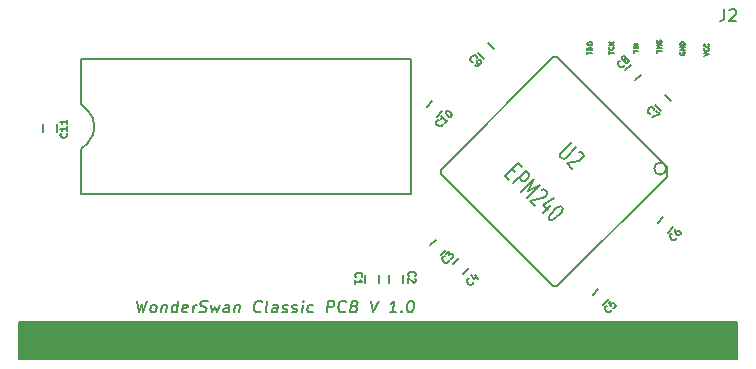
<source format=gbr>
%TF.GenerationSoftware,KiCad,Pcbnew,(5.99.0-1468-g7e1294a4b)*%
%TF.CreationDate,2020-09-06T10:14:52+02:00*%
%TF.ProjectId,WonderSwan_32MB,576f6e64-6572-4537-9761-6e5f33324d42,rev?*%
%TF.SameCoordinates,PX87734b0PY5d70e60*%
%TF.FileFunction,Legend,Top*%
%TF.FilePolarity,Positive*%
%FSLAX46Y46*%
G04 Gerber Fmt 4.6, Leading zero omitted, Abs format (unit mm)*
G04 Created by KiCad (PCBNEW (5.99.0-1468-g7e1294a4b)) date 2020-09-06 10:14:52*
%MOMM*%
%LPD*%
G01*
G04 APERTURE LIST*
%ADD10C,0.150000*%
%ADD11C,0.203200*%
G04 APERTURE END LIST*
D10*
X-22331578Y-9852380D02*
X-22218483Y-10852380D01*
X-21938721Y-10138095D01*
X-21837530Y-10852380D01*
X-21474435Y-9852380D01*
X-21075625Y-10852380D02*
X-21164911Y-10804761D01*
X-21206578Y-10757142D01*
X-21242292Y-10661904D01*
X-21206578Y-10376190D01*
X-21147054Y-10280952D01*
X-21093483Y-10233333D01*
X-20992292Y-10185714D01*
X-20849435Y-10185714D01*
X-20760149Y-10233333D01*
X-20718483Y-10280952D01*
X-20682768Y-10376190D01*
X-20718483Y-10661904D01*
X-20778006Y-10757142D01*
X-20831578Y-10804761D01*
X-20932768Y-10852380D01*
X-21075625Y-10852380D01*
X-20230387Y-10185714D02*
X-20313721Y-10852380D01*
X-20242292Y-10280952D02*
X-20188721Y-10233333D01*
X-20087530Y-10185714D01*
X-19944673Y-10185714D01*
X-19855387Y-10233333D01*
X-19819673Y-10328571D01*
X-19885149Y-10852380D01*
X-18980387Y-10852380D02*
X-18855387Y-9852380D01*
X-18974435Y-10804761D02*
X-19075625Y-10852380D01*
X-19266102Y-10852380D01*
X-19355387Y-10804761D01*
X-19397054Y-10757142D01*
X-19432768Y-10661904D01*
X-19397054Y-10376190D01*
X-19337530Y-10280952D01*
X-19283959Y-10233333D01*
X-19182768Y-10185714D01*
X-18992292Y-10185714D01*
X-18903006Y-10233333D01*
X-18117292Y-10804761D02*
X-18218483Y-10852380D01*
X-18408959Y-10852380D01*
X-18498245Y-10804761D01*
X-18533959Y-10709523D01*
X-18486340Y-10328571D01*
X-18426816Y-10233333D01*
X-18325625Y-10185714D01*
X-18135149Y-10185714D01*
X-18045864Y-10233333D01*
X-18010149Y-10328571D01*
X-18022054Y-10423809D01*
X-18510149Y-10519047D01*
X-17647054Y-10852380D02*
X-17563721Y-10185714D01*
X-17587530Y-10376190D02*
X-17528006Y-10280952D01*
X-17474435Y-10233333D01*
X-17373245Y-10185714D01*
X-17278006Y-10185714D01*
X-17069673Y-10804761D02*
X-16932768Y-10852380D01*
X-16694673Y-10852380D01*
X-16593483Y-10804761D01*
X-16539911Y-10757142D01*
X-16480387Y-10661904D01*
X-16468483Y-10566666D01*
X-16504197Y-10471428D01*
X-16545864Y-10423809D01*
X-16635149Y-10376190D01*
X-16819673Y-10328571D01*
X-16908959Y-10280952D01*
X-16950625Y-10233333D01*
X-16986340Y-10138095D01*
X-16974435Y-10042857D01*
X-16914911Y-9947619D01*
X-16861340Y-9900000D01*
X-16760149Y-9852380D01*
X-16522054Y-9852380D01*
X-16385149Y-9900000D01*
X-16087530Y-10185714D02*
X-15980387Y-10852380D01*
X-15730387Y-10376190D01*
X-15599435Y-10852380D01*
X-15325625Y-10185714D01*
X-14599435Y-10852380D02*
X-14533959Y-10328571D01*
X-14569673Y-10233333D01*
X-14658959Y-10185714D01*
X-14849435Y-10185714D01*
X-14950625Y-10233333D01*
X-14593483Y-10804761D02*
X-14694673Y-10852380D01*
X-14932768Y-10852380D01*
X-15022054Y-10804761D01*
X-15057768Y-10709523D01*
X-15045864Y-10614285D01*
X-14986340Y-10519047D01*
X-14885149Y-10471428D01*
X-14647054Y-10471428D01*
X-14545864Y-10423809D01*
X-14039911Y-10185714D02*
X-14123245Y-10852380D01*
X-14051816Y-10280952D02*
X-13998245Y-10233333D01*
X-13897054Y-10185714D01*
X-13754197Y-10185714D01*
X-13664911Y-10233333D01*
X-13629197Y-10328571D01*
X-13694673Y-10852380D01*
X-11873245Y-10757142D02*
X-11926816Y-10804761D01*
X-12075625Y-10852380D01*
X-12170864Y-10852380D01*
X-12307768Y-10804761D01*
X-12391102Y-10709523D01*
X-12426816Y-10614285D01*
X-12450625Y-10423809D01*
X-12432768Y-10280952D01*
X-12361340Y-10090476D01*
X-12301816Y-9995238D01*
X-12194673Y-9900000D01*
X-12045864Y-9852380D01*
X-11950625Y-9852380D01*
X-11813721Y-9900000D01*
X-11772054Y-9947619D01*
X-11313721Y-10852380D02*
X-11403006Y-10804761D01*
X-11438721Y-10709523D01*
X-11331578Y-9852380D01*
X-10504197Y-10852380D02*
X-10438721Y-10328571D01*
X-10474435Y-10233333D01*
X-10563721Y-10185714D01*
X-10754197Y-10185714D01*
X-10855387Y-10233333D01*
X-10498245Y-10804761D02*
X-10599435Y-10852380D01*
X-10837530Y-10852380D01*
X-10926816Y-10804761D01*
X-10962530Y-10709523D01*
X-10950625Y-10614285D01*
X-10891102Y-10519047D01*
X-10789911Y-10471428D01*
X-10551816Y-10471428D01*
X-10450625Y-10423809D01*
X-10069673Y-10804761D02*
X-9980387Y-10852380D01*
X-9789911Y-10852380D01*
X-9688721Y-10804761D01*
X-9629197Y-10709523D01*
X-9623245Y-10661904D01*
X-9658959Y-10566666D01*
X-9748245Y-10519047D01*
X-9891102Y-10519047D01*
X-9980387Y-10471428D01*
X-10016102Y-10376190D01*
X-10010149Y-10328571D01*
X-9950625Y-10233333D01*
X-9849435Y-10185714D01*
X-9706578Y-10185714D01*
X-9617292Y-10233333D01*
X-9260149Y-10804761D02*
X-9170864Y-10852380D01*
X-8980387Y-10852380D01*
X-8879197Y-10804761D01*
X-8819673Y-10709523D01*
X-8813721Y-10661904D01*
X-8849435Y-10566666D01*
X-8938721Y-10519047D01*
X-9081578Y-10519047D01*
X-9170864Y-10471428D01*
X-9206578Y-10376190D01*
X-9200625Y-10328571D01*
X-9141102Y-10233333D01*
X-9039911Y-10185714D01*
X-8897054Y-10185714D01*
X-8807768Y-10233333D01*
X-8408959Y-10852380D02*
X-8325625Y-10185714D01*
X-8283959Y-9852380D02*
X-8337530Y-9900000D01*
X-8295864Y-9947619D01*
X-8242292Y-9900000D01*
X-8283959Y-9852380D01*
X-8295864Y-9947619D01*
X-7498245Y-10804761D02*
X-7599435Y-10852380D01*
X-7789911Y-10852380D01*
X-7879197Y-10804761D01*
X-7920864Y-10757142D01*
X-7956578Y-10661904D01*
X-7920864Y-10376190D01*
X-7861340Y-10280952D01*
X-7807768Y-10233333D01*
X-7706578Y-10185714D01*
X-7516102Y-10185714D01*
X-7426816Y-10233333D01*
X-6313721Y-10852380D02*
X-6188721Y-9852380D01*
X-5807768Y-9852380D01*
X-5718483Y-9900000D01*
X-5676816Y-9947619D01*
X-5641102Y-10042857D01*
X-5658959Y-10185714D01*
X-5718483Y-10280952D01*
X-5772054Y-10328571D01*
X-5873245Y-10376190D01*
X-6254197Y-10376190D01*
X-4730387Y-10757142D02*
X-4783959Y-10804761D01*
X-4932768Y-10852380D01*
X-5028006Y-10852380D01*
X-5164911Y-10804761D01*
X-5248245Y-10709523D01*
X-5283959Y-10614285D01*
X-5307768Y-10423809D01*
X-5289911Y-10280952D01*
X-5218483Y-10090476D01*
X-5158959Y-9995238D01*
X-5051816Y-9900000D01*
X-4903006Y-9852380D01*
X-4807768Y-9852380D01*
X-4670864Y-9900000D01*
X-4629197Y-9947619D01*
X-3914911Y-10328571D02*
X-3778006Y-10376190D01*
X-3736340Y-10423809D01*
X-3700625Y-10519047D01*
X-3718483Y-10661904D01*
X-3778006Y-10757142D01*
X-3831578Y-10804761D01*
X-3932768Y-10852380D01*
X-4313721Y-10852380D01*
X-4188721Y-9852380D01*
X-3855387Y-9852380D01*
X-3766102Y-9900000D01*
X-3724435Y-9947619D01*
X-3688721Y-10042857D01*
X-3700625Y-10138095D01*
X-3760149Y-10233333D01*
X-3813721Y-10280952D01*
X-3914911Y-10328571D01*
X-4248245Y-10328571D01*
X-2569673Y-9852380D02*
X-2361340Y-10852380D01*
X-1903006Y-9852380D01*
X-408959Y-10852380D02*
X-980387Y-10852380D01*
X-694673Y-10852380D02*
X-569673Y-9852380D01*
X-682768Y-9995238D01*
X-789911Y-10090476D01*
X-891102Y-10138095D01*
X31517Y-10757142D02*
X73184Y-10804761D01*
X19613Y-10852380D01*
X-22054Y-10804761D01*
X31517Y-10757142D01*
X19613Y-10852380D01*
X811279Y-9852380D02*
X906517Y-9852380D01*
X995803Y-9900000D01*
X1037470Y-9947619D01*
X1073184Y-10042857D01*
X1096994Y-10233333D01*
X1067232Y-10471428D01*
X995803Y-10661904D01*
X936279Y-10757142D01*
X882708Y-10804761D01*
X781517Y-10852380D01*
X686279Y-10852380D01*
X596994Y-10804761D01*
X555327Y-10757142D01*
X519613Y-10661904D01*
X495803Y-10471428D01*
X525565Y-10233333D01*
X596994Y-10042857D01*
X656517Y-9947619D01*
X710089Y-9900000D01*
X811279Y-9852380D01*
G36*
X28450000Y-14820000D02*
G01*
X-32350000Y-14820000D01*
X-32360000Y-11620000D01*
X28440000Y-11620000D01*
X28450000Y-14820000D01*
G37*
X28450000Y-14820000D02*
X-32350000Y-14820000D01*
X-32360000Y-11620000D01*
X28440000Y-11620000D01*
X28450000Y-14820000D01*
X145000Y-7645000D02*
X145000Y-8345000D01*
X-1055000Y-8345000D02*
X-1055000Y-7645000D01*
X-3030000Y-8345000D02*
X-3030000Y-7645000D01*
X-1830000Y-7645000D02*
X-1830000Y-8345000D01*
X-29105000Y5105000D02*
X-29105000Y4405000D01*
X-30305000Y4405000D02*
X-30305000Y5105000D01*
X3501751Y6223223D02*
X3006777Y5728249D01*
X2158249Y6576777D02*
X2653223Y7071751D01*
X7346777Y11926751D02*
X7841751Y11431777D01*
X6993223Y10583249D02*
X6498249Y11078223D01*
X18928249Y9636777D02*
X19423223Y10131751D01*
X20271751Y9283223D02*
X19776777Y8788249D01*
X22346777Y7541751D02*
X22841751Y7046777D01*
X21993223Y6198249D02*
X21498249Y6693223D01*
X21718249Y-3243223D02*
X22213223Y-2748249D01*
X23061751Y-3596777D02*
X22566777Y-4091751D01*
X17561751Y-9716777D02*
X17066777Y-10211751D01*
X16218249Y-9363223D02*
X16713223Y-8868249D01*
X5751751Y-7116777D02*
X5256777Y-7611751D01*
X4408249Y-6763223D02*
X4903223Y-6268249D01*
D11*
X22443454Y1324408D02*
G75*
G03*
X22443454Y1324408I-508000J0D01*
G01*
X22474269Y605987D02*
X22474269Y1504013D01*
X12865395Y10753677D02*
X13224605Y10753677D01*
X3346323Y1234605D02*
X3346323Y875395D01*
X12865395Y-8643677D02*
X13224605Y-8643677D01*
X22474269Y1504013D02*
X13224605Y10753677D01*
X12865395Y10753677D02*
X3346323Y1234605D01*
X3346323Y875395D02*
X12865395Y-8643677D01*
X13224605Y-8643677D02*
X22474269Y605987D01*
D10*
X865000Y10595000D02*
X-27075000Y10595000D01*
X865000Y-835000D02*
X865000Y10595000D01*
X-27075000Y-835000D02*
X865000Y-835000D01*
X-27075000Y2975000D02*
X-27075000Y-835000D01*
X-26517037Y3532963D02*
X-27075000Y2975000D01*
X-26517037Y3532963D02*
G75*
G03*
X-26517037Y6227037I-1347037J1347037D01*
G01*
X-27075000Y6785000D02*
X-26517037Y6227037D01*
X-27075000Y10595000D02*
X-27075000Y6785000D01*
X3831751Y-5526777D02*
X3336777Y-6021751D01*
X2488249Y-5173223D02*
X2983223Y-4678249D01*
X680714Y-7770000D02*
X652142Y-7741428D01*
X623571Y-7655714D01*
X623571Y-7598571D01*
X652142Y-7512857D01*
X709285Y-7455714D01*
X766428Y-7427142D01*
X880714Y-7398571D01*
X966428Y-7398571D01*
X1080714Y-7427142D01*
X1137857Y-7455714D01*
X1195000Y-7512857D01*
X1223571Y-7598571D01*
X1223571Y-7655714D01*
X1195000Y-7741428D01*
X1166428Y-7770000D01*
X1166428Y-7998571D02*
X1195000Y-8027142D01*
X1223571Y-8084285D01*
X1223571Y-8227142D01*
X1195000Y-8284285D01*
X1166428Y-8312857D01*
X1109285Y-8341428D01*
X1052142Y-8341428D01*
X966428Y-8312857D01*
X623571Y-7970000D01*
X623571Y-8341428D01*
X-3829786Y-7846000D02*
X-3858358Y-7817428D01*
X-3886929Y-7731714D01*
X-3886929Y-7674571D01*
X-3858358Y-7588857D01*
X-3801215Y-7531714D01*
X-3744072Y-7503142D01*
X-3629786Y-7474571D01*
X-3544072Y-7474571D01*
X-3429786Y-7503142D01*
X-3372643Y-7531714D01*
X-3315500Y-7588857D01*
X-3286929Y-7674571D01*
X-3286929Y-7731714D01*
X-3315500Y-7817428D01*
X-3344072Y-7846000D01*
X-3886929Y-8417428D02*
X-3886929Y-8074571D01*
X-3886929Y-8246000D02*
X-3286929Y-8246000D01*
X-3372643Y-8188857D01*
X-3429786Y-8131714D01*
X-3458358Y-8074571D01*
X-28305215Y4320286D02*
X-28276643Y4291715D01*
X-28248072Y4206000D01*
X-28248072Y4148858D01*
X-28276643Y4063143D01*
X-28333786Y4006000D01*
X-28390929Y3977429D01*
X-28505215Y3948858D01*
X-28590929Y3948858D01*
X-28705215Y3977429D01*
X-28762358Y4006000D01*
X-28819500Y4063143D01*
X-28848072Y4148858D01*
X-28848072Y4206000D01*
X-28819500Y4291715D01*
X-28790929Y4320286D01*
X-28248072Y4891715D02*
X-28248072Y4548858D01*
X-28248072Y4720286D02*
X-28848072Y4720286D01*
X-28762358Y4663143D01*
X-28705215Y4606000D01*
X-28676643Y4548858D01*
X-28248072Y5463143D02*
X-28248072Y5120286D01*
X-28248072Y5291715D02*
X-28848072Y5291715D01*
X-28762358Y5234572D01*
X-28705215Y5177429D01*
X-28676643Y5120286D01*
X3512408Y5102813D02*
X3512408Y5062407D01*
X3472002Y4981595D01*
X3431596Y4941189D01*
X3350784Y4900783D01*
X3269972Y4900783D01*
X3209362Y4920986D01*
X3108347Y4981595D01*
X3047738Y5042204D01*
X2987129Y5143220D01*
X2966926Y5203829D01*
X2966926Y5284641D01*
X3007332Y5365453D01*
X3047738Y5405859D01*
X3128550Y5446265D01*
X3168956Y5446265D01*
X3956875Y5466468D02*
X3714439Y5224032D01*
X3835657Y5345250D02*
X3411393Y5769514D01*
X3431596Y5668499D01*
X3431596Y5587687D01*
X3411393Y5527077D01*
X3795251Y6153372D02*
X3835657Y6193778D01*
X3896266Y6213981D01*
X3936672Y6213981D01*
X3997281Y6193778D01*
X4098297Y6133169D01*
X4199312Y6032154D01*
X4259921Y5931139D01*
X4280124Y5870529D01*
X4280124Y5830123D01*
X4259921Y5769514D01*
X4219515Y5729108D01*
X4158906Y5708905D01*
X4118500Y5708905D01*
X4057891Y5729108D01*
X3956875Y5789717D01*
X3855860Y5890732D01*
X3795251Y5991748D01*
X3775048Y6052357D01*
X3775048Y6092763D01*
X3795251Y6153372D01*
X6074843Y10370561D02*
X6034437Y10370561D01*
X5953625Y10410967D01*
X5913219Y10451374D01*
X5872812Y10532186D01*
X5872812Y10612998D01*
X5893015Y10673607D01*
X5953625Y10774622D01*
X6014234Y10835231D01*
X6115249Y10895841D01*
X6175858Y10916044D01*
X6256670Y10916044D01*
X6337483Y10875638D01*
X6377889Y10835231D01*
X6418295Y10754419D01*
X6418295Y10714013D01*
X6236467Y10128125D02*
X6317280Y10047312D01*
X6377889Y10027109D01*
X6418295Y10027109D01*
X6519310Y10047312D01*
X6620325Y10107922D01*
X6781950Y10269546D01*
X6802153Y10330155D01*
X6802153Y10370561D01*
X6781950Y10431170D01*
X6701138Y10511983D01*
X6640528Y10532186D01*
X6600122Y10532186D01*
X6539513Y10511983D01*
X6438498Y10410967D01*
X6418295Y10350358D01*
X6418295Y10309952D01*
X6438498Y10249343D01*
X6519310Y10168531D01*
X6579919Y10148328D01*
X6620325Y10148328D01*
X6680934Y10168531D01*
X18877185Y10110690D02*
X18877185Y10070284D01*
X18836779Y9989472D01*
X18796372Y9949066D01*
X18715560Y9908659D01*
X18634748Y9908659D01*
X18574139Y9928862D01*
X18473124Y9989472D01*
X18412515Y10050081D01*
X18351905Y10151096D01*
X18331702Y10211705D01*
X18331702Y10292517D01*
X18372108Y10373330D01*
X18412515Y10413736D01*
X18493327Y10454142D01*
X18533733Y10454142D01*
X18917591Y10555157D02*
X18856982Y10534954D01*
X18816576Y10534954D01*
X18755966Y10555157D01*
X18735763Y10575360D01*
X18715560Y10635969D01*
X18715560Y10676375D01*
X18735763Y10736985D01*
X18816576Y10817797D01*
X18877185Y10838000D01*
X18917591Y10838000D01*
X18978200Y10817797D01*
X18998403Y10797594D01*
X19018606Y10736985D01*
X19018606Y10696578D01*
X18998403Y10635969D01*
X18917591Y10555157D01*
X18897388Y10494548D01*
X18897388Y10454142D01*
X18917591Y10393533D01*
X18998403Y10312720D01*
X19059012Y10292517D01*
X19099418Y10292517D01*
X19160027Y10312720D01*
X19240840Y10393533D01*
X19261043Y10454142D01*
X19261043Y10494548D01*
X19240840Y10555157D01*
X19160027Y10635969D01*
X19099418Y10656172D01*
X19059012Y10656172D01*
X18998403Y10635969D01*
X25660952Y10876667D02*
X26060952Y11010000D01*
X25660952Y11143334D01*
X26022857Y11505239D02*
X26041904Y11486191D01*
X26060952Y11429048D01*
X26060952Y11390953D01*
X26041904Y11333810D01*
X26003809Y11295715D01*
X25965714Y11276667D01*
X25889523Y11257620D01*
X25832380Y11257620D01*
X25756190Y11276667D01*
X25718095Y11295715D01*
X25680000Y11333810D01*
X25660952Y11390953D01*
X25660952Y11429048D01*
X25680000Y11486191D01*
X25699047Y11505239D01*
X26022857Y11905239D02*
X26041904Y11886191D01*
X26060952Y11829048D01*
X26060952Y11790953D01*
X26041904Y11733810D01*
X26003809Y11695715D01*
X25965714Y11676667D01*
X25889523Y11657620D01*
X25832380Y11657620D01*
X25756190Y11676667D01*
X25718095Y11695715D01*
X25680000Y11733810D01*
X25660952Y11790953D01*
X25660952Y11829048D01*
X25680000Y11886191D01*
X25699047Y11905239D01*
X23630000Y11195239D02*
X23610952Y11157143D01*
X23610952Y11100000D01*
X23630000Y11042858D01*
X23668095Y11004762D01*
X23706190Y10985715D01*
X23782380Y10966667D01*
X23839523Y10966667D01*
X23915714Y10985715D01*
X23953809Y11004762D01*
X23991904Y11042858D01*
X24010952Y11100000D01*
X24010952Y11138096D01*
X23991904Y11195239D01*
X23972857Y11214286D01*
X23839523Y11214286D01*
X23839523Y11138096D01*
X24010952Y11385715D02*
X23610952Y11385715D01*
X24010952Y11614286D01*
X23610952Y11614286D01*
X24010952Y11804762D02*
X23610952Y11804762D01*
X23610952Y11900000D01*
X23630000Y11957143D01*
X23668095Y11995239D01*
X23706190Y12014286D01*
X23782380Y12033334D01*
X23839523Y12033334D01*
X23915714Y12014286D01*
X23953809Y11995239D01*
X23991904Y11957143D01*
X24010952Y11900000D01*
X24010952Y11804762D01*
X21650952Y11146667D02*
X21650952Y11375239D01*
X22050952Y11260953D02*
X21650952Y11260953D01*
X22050952Y11508572D02*
X21650952Y11508572D01*
X21936666Y11641905D01*
X21650952Y11775239D01*
X22050952Y11775239D01*
X22031904Y11946667D02*
X22050952Y12003810D01*
X22050952Y12099048D01*
X22031904Y12137143D01*
X22012857Y12156191D01*
X21974761Y12175239D01*
X21936666Y12175239D01*
X21898571Y12156191D01*
X21879523Y12137143D01*
X21860476Y12099048D01*
X21841428Y12022858D01*
X21822380Y11984762D01*
X21803333Y11965715D01*
X21765238Y11946667D01*
X21727142Y11946667D01*
X21689047Y11965715D01*
X21670000Y11984762D01*
X21650952Y12022858D01*
X21650952Y12118096D01*
X21670000Y12175239D01*
X19680952Y11140477D02*
X19680952Y11369048D01*
X20080952Y11254762D02*
X19680952Y11254762D01*
X20080952Y11502381D02*
X19680952Y11502381D01*
X19680952Y11597620D01*
X19700000Y11654762D01*
X19738095Y11692858D01*
X19776190Y11711905D01*
X19852380Y11730953D01*
X19909523Y11730953D01*
X19985714Y11711905D01*
X20023809Y11692858D01*
X20061904Y11654762D01*
X20080952Y11597620D01*
X20080952Y11502381D01*
X20080952Y11902381D02*
X19680952Y11902381D01*
X17590952Y11035715D02*
X17590952Y11264286D01*
X17990952Y11150000D02*
X17590952Y11150000D01*
X17952857Y11626191D02*
X17971904Y11607143D01*
X17990952Y11550000D01*
X17990952Y11511905D01*
X17971904Y11454762D01*
X17933809Y11416667D01*
X17895714Y11397620D01*
X17819523Y11378572D01*
X17762380Y11378572D01*
X17686190Y11397620D01*
X17648095Y11416667D01*
X17610000Y11454762D01*
X17590952Y11511905D01*
X17590952Y11550000D01*
X17610000Y11607143D01*
X17629047Y11626191D01*
X17990952Y11797620D02*
X17590952Y11797620D01*
X17990952Y12026191D02*
X17762380Y11854762D01*
X17590952Y12026191D02*
X17819523Y11797620D01*
X15780952Y11006191D02*
X15780952Y11234762D01*
X16180952Y11120477D02*
X15780952Y11120477D01*
X16180952Y11368096D02*
X15780952Y11368096D01*
X15780952Y11463334D01*
X15800000Y11520477D01*
X15838095Y11558572D01*
X15876190Y11577620D01*
X15952380Y11596667D01*
X16009523Y11596667D01*
X16085714Y11577620D01*
X16123809Y11558572D01*
X16161904Y11520477D01*
X16180952Y11463334D01*
X16180952Y11368096D01*
X15780952Y11844286D02*
X15780952Y11920477D01*
X15800000Y11958572D01*
X15838095Y11996667D01*
X15914285Y12015715D01*
X16047619Y12015715D01*
X16123809Y11996667D01*
X16161904Y11958572D01*
X16180952Y11920477D01*
X16180952Y11844286D01*
X16161904Y11806191D01*
X16123809Y11768096D01*
X16047619Y11749048D01*
X15914285Y11749048D01*
X15838095Y11768096D01*
X15800000Y11806191D01*
X15780952Y11844286D01*
X21074843Y5985561D02*
X21034437Y5985561D01*
X20953625Y6025967D01*
X20913219Y6066374D01*
X20872812Y6147186D01*
X20872812Y6227998D01*
X20893015Y6288607D01*
X20953625Y6389622D01*
X21014234Y6450231D01*
X21115249Y6510841D01*
X21175858Y6531044D01*
X21256670Y6531044D01*
X21337483Y6490638D01*
X21377889Y6450231D01*
X21418295Y6369419D01*
X21418295Y6329013D01*
X21600122Y6227998D02*
X21882965Y5945155D01*
X21276873Y5702719D01*
X23274439Y-4515156D02*
X23274439Y-4555562D01*
X23234033Y-4636374D01*
X23193626Y-4676780D01*
X23112814Y-4717187D01*
X23032002Y-4717187D01*
X22971393Y-4696984D01*
X22870378Y-4636374D01*
X22809769Y-4575765D01*
X22749159Y-4474750D01*
X22728956Y-4414141D01*
X22728956Y-4333329D01*
X22769362Y-4252516D01*
X22809769Y-4212110D01*
X22890581Y-4171704D01*
X22930987Y-4171704D01*
X23254236Y-3767643D02*
X23173423Y-3848455D01*
X23153220Y-3909065D01*
X23153220Y-3949471D01*
X23173423Y-4050486D01*
X23234033Y-4151501D01*
X23395657Y-4313126D01*
X23456266Y-4333329D01*
X23496672Y-4333329D01*
X23557281Y-4313126D01*
X23638094Y-4232313D01*
X23658297Y-4171704D01*
X23658297Y-4131298D01*
X23638094Y-4070689D01*
X23537078Y-3969674D01*
X23476469Y-3949471D01*
X23436063Y-3949471D01*
X23375454Y-3969674D01*
X23294642Y-4050486D01*
X23274439Y-4111095D01*
X23274439Y-4151501D01*
X23294642Y-4212110D01*
X17774439Y-10635156D02*
X17774439Y-10675562D01*
X17734033Y-10756374D01*
X17693626Y-10796780D01*
X17612814Y-10837187D01*
X17532002Y-10837187D01*
X17471393Y-10816984D01*
X17370378Y-10756374D01*
X17309769Y-10695765D01*
X17249159Y-10594750D01*
X17228956Y-10534141D01*
X17228956Y-10453329D01*
X17269362Y-10372516D01*
X17309769Y-10332110D01*
X17390581Y-10291704D01*
X17430987Y-10291704D01*
X17774439Y-9867440D02*
X17572408Y-10069471D01*
X17754236Y-10291704D01*
X17754236Y-10251298D01*
X17774439Y-10190689D01*
X17875454Y-10089674D01*
X17936063Y-10069471D01*
X17976469Y-10069471D01*
X18037078Y-10089674D01*
X18138094Y-10190689D01*
X18158297Y-10251298D01*
X18158297Y-10291704D01*
X18138094Y-10352313D01*
X18037078Y-10453329D01*
X17976469Y-10473532D01*
X17936063Y-10473532D01*
X6100812Y-8312233D02*
X6100812Y-8352639D01*
X6060406Y-8433451D01*
X6019999Y-8473857D01*
X5939187Y-8514264D01*
X5858375Y-8514264D01*
X5797766Y-8494061D01*
X5696751Y-8433451D01*
X5636142Y-8372842D01*
X5575532Y-8271827D01*
X5555329Y-8211218D01*
X5555329Y-8130406D01*
X5595735Y-8049593D01*
X5636142Y-8009187D01*
X5716954Y-7968781D01*
X5757360Y-7968781D01*
X6222030Y-7706142D02*
X6504873Y-7988984D01*
X5959390Y-7645532D02*
X6161421Y-8049593D01*
X6424061Y-7786954D01*
X14434801Y3539538D02*
X13562433Y2667170D01*
X13494012Y2530328D01*
X13476907Y2444802D01*
X13494012Y2325065D01*
X13630854Y2188223D01*
X13750591Y2171118D01*
X13836117Y2188223D01*
X13972959Y2256644D01*
X14845327Y3129012D01*
X15050590Y2718486D02*
X15136116Y2735591D01*
X15255853Y2718486D01*
X15426905Y2547433D01*
X15444010Y2427696D01*
X15426905Y2342170D01*
X15358484Y2205328D01*
X15255853Y2102697D01*
X15067695Y1982960D01*
X14041380Y1777697D01*
X14486116Y1332960D01*
X9375924Y1285922D02*
X9615397Y1046448D01*
X9153555Y379343D02*
X8811450Y721448D01*
X9889081Y1799079D01*
X10231186Y1456974D01*
X9461450Y71449D02*
X10539081Y1149080D01*
X10812765Y875396D01*
X10829870Y755659D01*
X10812765Y670133D01*
X10744344Y533291D01*
X10590396Y379343D01*
X10453554Y310922D01*
X10368028Y293817D01*
X10248291Y310922D01*
X9974607Y584606D01*
X10179870Y-646972D02*
X11257501Y430659D01*
X10727238Y-578551D01*
X11736448Y-48288D01*
X10658817Y-1125919D01*
X11941711Y-458814D02*
X12027237Y-441709D01*
X12146974Y-458814D01*
X12318027Y-629866D01*
X12335132Y-749603D01*
X12318027Y-835129D01*
X12249606Y-971971D01*
X12146974Y-1074603D01*
X11958816Y-1194340D01*
X10932501Y-1399603D01*
X11377238Y-1844339D01*
X12711447Y-1741708D02*
X11993027Y-2460128D01*
X12950921Y-1160129D02*
X12010132Y-1758813D01*
X12454869Y-2203549D01*
X13583815Y-1895655D02*
X13652236Y-1964076D01*
X13669341Y-2083813D01*
X13652236Y-2169339D01*
X13583815Y-2306181D01*
X13412763Y-2545654D01*
X13156184Y-2802233D01*
X12916710Y-2973286D01*
X12779868Y-3041707D01*
X12694342Y-3058812D01*
X12574605Y-3041707D01*
X12506184Y-2973286D01*
X12489079Y-2853549D01*
X12506184Y-2768023D01*
X12574605Y-2631181D01*
X12745658Y-2391707D01*
X13002237Y-2135128D01*
X13241710Y-1964076D01*
X13378552Y-1895655D01*
X13464078Y-1878550D01*
X13583815Y-1895655D01*
X27372166Y14834620D02*
X27372166Y14120334D01*
X27324547Y13977477D01*
X27229309Y13882239D01*
X27086452Y13834620D01*
X26991214Y13834620D01*
X27800738Y14739381D02*
X27848357Y14787000D01*
X27943595Y14834620D01*
X28181690Y14834620D01*
X28276928Y14787000D01*
X28324547Y14739381D01*
X28372166Y14644143D01*
X28372166Y14548905D01*
X28324547Y14406048D01*
X27753119Y13834620D01*
X28372166Y13834620D01*
X4044439Y-6445156D02*
X4044439Y-6485562D01*
X4004033Y-6566374D01*
X3963626Y-6606780D01*
X3882814Y-6647187D01*
X3802002Y-6647187D01*
X3741393Y-6626984D01*
X3640378Y-6566374D01*
X3579769Y-6505765D01*
X3519159Y-6404750D01*
X3498956Y-6344141D01*
X3498956Y-6263329D01*
X3539362Y-6182516D01*
X3579769Y-6142110D01*
X3660581Y-6101704D01*
X3700987Y-6101704D01*
X3802002Y-5919877D02*
X4064642Y-5657237D01*
X4084845Y-5960283D01*
X4145454Y-5899674D01*
X4206063Y-5879471D01*
X4246469Y-5879471D01*
X4307078Y-5899674D01*
X4408094Y-6000689D01*
X4428297Y-6061298D01*
X4428297Y-6101704D01*
X4408094Y-6162313D01*
X4286875Y-6283532D01*
X4226266Y-6303735D01*
X4185860Y-6303735D01*
M02*

</source>
